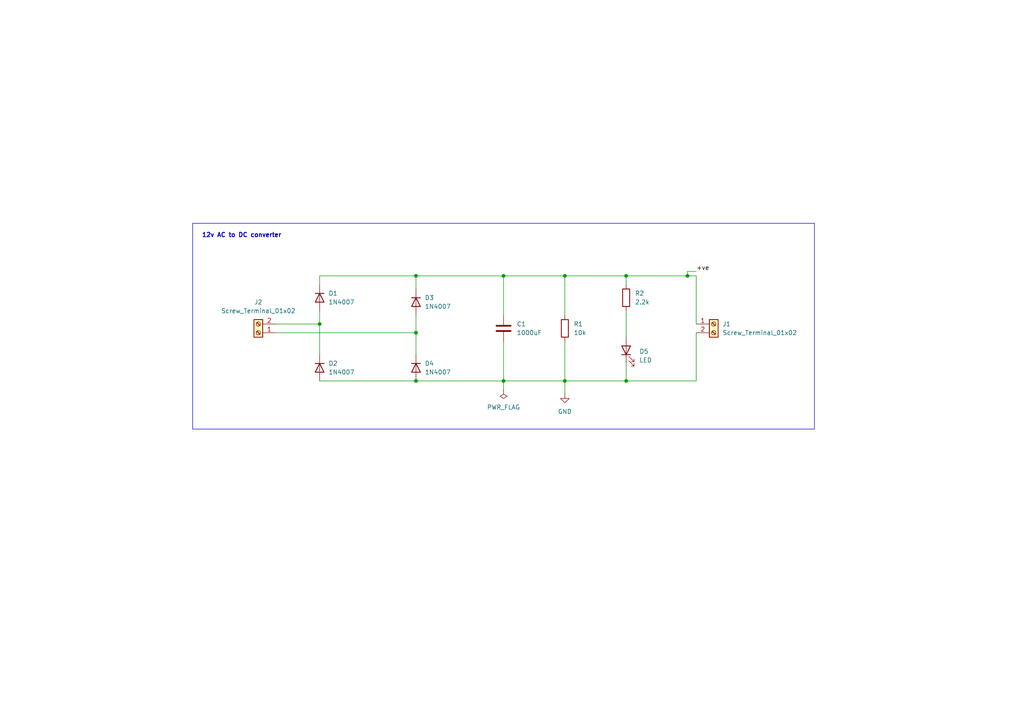
<source format=kicad_sch>
(kicad_sch
	(version 20231120)
	(generator "eeschema")
	(generator_version "8.0")
	(uuid "eb9969bc-afb5-43c8-84be-cdf44a3b4ba6")
	(paper "A4")
	(title_block
		(title "AC TO DC CONVERTER")
		(date "2025-01-25")
		(company "PROJECT 2")
	)
	(lib_symbols
		(symbol "Connector:Screw_Terminal_01x02"
			(pin_names
				(offset 1.016) hide)
			(exclude_from_sim no)
			(in_bom yes)
			(on_board yes)
			(property "Reference" "J"
				(at 0 2.54 0)
				(effects
					(font
						(size 1.27 1.27)
					)
				)
			)
			(property "Value" "Screw_Terminal_01x02"
				(at 0 -5.08 0)
				(effects
					(font
						(size 1.27 1.27)
					)
				)
			)
			(property "Footprint" ""
				(at 0 0 0)
				(effects
					(font
						(size 1.27 1.27)
					)
					(hide yes)
				)
			)
			(property "Datasheet" "~"
				(at 0 0 0)
				(effects
					(font
						(size 1.27 1.27)
					)
					(hide yes)
				)
			)
			(property "Description" "Generic screw terminal, single row, 01x02, script generated (kicad-library-utils/schlib/autogen/connector/)"
				(at 0 0 0)
				(effects
					(font
						(size 1.27 1.27)
					)
					(hide yes)
				)
			)
			(property "ki_keywords" "screw terminal"
				(at 0 0 0)
				(effects
					(font
						(size 1.27 1.27)
					)
					(hide yes)
				)
			)
			(property "ki_fp_filters" "TerminalBlock*:*"
				(at 0 0 0)
				(effects
					(font
						(size 1.27 1.27)
					)
					(hide yes)
				)
			)
			(symbol "Screw_Terminal_01x02_1_1"
				(rectangle
					(start -1.27 1.27)
					(end 1.27 -3.81)
					(stroke
						(width 0.254)
						(type default)
					)
					(fill
						(type background)
					)
				)
				(circle
					(center 0 -2.54)
					(radius 0.635)
					(stroke
						(width 0.1524)
						(type default)
					)
					(fill
						(type none)
					)
				)
				(polyline
					(pts
						(xy -0.5334 -2.2098) (xy 0.3302 -3.048)
					)
					(stroke
						(width 0.1524)
						(type default)
					)
					(fill
						(type none)
					)
				)
				(polyline
					(pts
						(xy -0.5334 0.3302) (xy 0.3302 -0.508)
					)
					(stroke
						(width 0.1524)
						(type default)
					)
					(fill
						(type none)
					)
				)
				(polyline
					(pts
						(xy -0.3556 -2.032) (xy 0.508 -2.8702)
					)
					(stroke
						(width 0.1524)
						(type default)
					)
					(fill
						(type none)
					)
				)
				(polyline
					(pts
						(xy -0.3556 0.508) (xy 0.508 -0.3302)
					)
					(stroke
						(width 0.1524)
						(type default)
					)
					(fill
						(type none)
					)
				)
				(circle
					(center 0 0)
					(radius 0.635)
					(stroke
						(width 0.1524)
						(type default)
					)
					(fill
						(type none)
					)
				)
				(pin passive line
					(at -5.08 0 0)
					(length 3.81)
					(name "Pin_1"
						(effects
							(font
								(size 1.27 1.27)
							)
						)
					)
					(number "1"
						(effects
							(font
								(size 1.27 1.27)
							)
						)
					)
				)
				(pin passive line
					(at -5.08 -2.54 0)
					(length 3.81)
					(name "Pin_2"
						(effects
							(font
								(size 1.27 1.27)
							)
						)
					)
					(number "2"
						(effects
							(font
								(size 1.27 1.27)
							)
						)
					)
				)
			)
		)
		(symbol "Device:C"
			(pin_numbers hide)
			(pin_names
				(offset 0.254)
			)
			(exclude_from_sim no)
			(in_bom yes)
			(on_board yes)
			(property "Reference" "C"
				(at 0.635 2.54 0)
				(effects
					(font
						(size 1.27 1.27)
					)
					(justify left)
				)
			)
			(property "Value" "C"
				(at 0.635 -2.54 0)
				(effects
					(font
						(size 1.27 1.27)
					)
					(justify left)
				)
			)
			(property "Footprint" ""
				(at 0.9652 -3.81 0)
				(effects
					(font
						(size 1.27 1.27)
					)
					(hide yes)
				)
			)
			(property "Datasheet" "~"
				(at 0 0 0)
				(effects
					(font
						(size 1.27 1.27)
					)
					(hide yes)
				)
			)
			(property "Description" "Unpolarized capacitor"
				(at 0 0 0)
				(effects
					(font
						(size 1.27 1.27)
					)
					(hide yes)
				)
			)
			(property "ki_keywords" "cap capacitor"
				(at 0 0 0)
				(effects
					(font
						(size 1.27 1.27)
					)
					(hide yes)
				)
			)
			(property "ki_fp_filters" "C_*"
				(at 0 0 0)
				(effects
					(font
						(size 1.27 1.27)
					)
					(hide yes)
				)
			)
			(symbol "C_0_1"
				(polyline
					(pts
						(xy -2.032 -0.762) (xy 2.032 -0.762)
					)
					(stroke
						(width 0.508)
						(type default)
					)
					(fill
						(type none)
					)
				)
				(polyline
					(pts
						(xy -2.032 0.762) (xy 2.032 0.762)
					)
					(stroke
						(width 0.508)
						(type default)
					)
					(fill
						(type none)
					)
				)
			)
			(symbol "C_1_1"
				(pin passive line
					(at 0 3.81 270)
					(length 2.794)
					(name "~"
						(effects
							(font
								(size 1.27 1.27)
							)
						)
					)
					(number "1"
						(effects
							(font
								(size 1.27 1.27)
							)
						)
					)
				)
				(pin passive line
					(at 0 -3.81 90)
					(length 2.794)
					(name "~"
						(effects
							(font
								(size 1.27 1.27)
							)
						)
					)
					(number "2"
						(effects
							(font
								(size 1.27 1.27)
							)
						)
					)
				)
			)
		)
		(symbol "Device:LED"
			(pin_numbers hide)
			(pin_names
				(offset 1.016) hide)
			(exclude_from_sim no)
			(in_bom yes)
			(on_board yes)
			(property "Reference" "D"
				(at 0 2.54 0)
				(effects
					(font
						(size 1.27 1.27)
					)
				)
			)
			(property "Value" "LED"
				(at 0 -2.54 0)
				(effects
					(font
						(size 1.27 1.27)
					)
				)
			)
			(property "Footprint" ""
				(at 0 0 0)
				(effects
					(font
						(size 1.27 1.27)
					)
					(hide yes)
				)
			)
			(property "Datasheet" "~"
				(at 0 0 0)
				(effects
					(font
						(size 1.27 1.27)
					)
					(hide yes)
				)
			)
			(property "Description" "Light emitting diode"
				(at 0 0 0)
				(effects
					(font
						(size 1.27 1.27)
					)
					(hide yes)
				)
			)
			(property "ki_keywords" "LED diode"
				(at 0 0 0)
				(effects
					(font
						(size 1.27 1.27)
					)
					(hide yes)
				)
			)
			(property "ki_fp_filters" "LED* LED_SMD:* LED_THT:*"
				(at 0 0 0)
				(effects
					(font
						(size 1.27 1.27)
					)
					(hide yes)
				)
			)
			(symbol "LED_0_1"
				(polyline
					(pts
						(xy -1.27 -1.27) (xy -1.27 1.27)
					)
					(stroke
						(width 0.254)
						(type default)
					)
					(fill
						(type none)
					)
				)
				(polyline
					(pts
						(xy -1.27 0) (xy 1.27 0)
					)
					(stroke
						(width 0)
						(type default)
					)
					(fill
						(type none)
					)
				)
				(polyline
					(pts
						(xy 1.27 -1.27) (xy 1.27 1.27) (xy -1.27 0) (xy 1.27 -1.27)
					)
					(stroke
						(width 0.254)
						(type default)
					)
					(fill
						(type none)
					)
				)
				(polyline
					(pts
						(xy -3.048 -0.762) (xy -4.572 -2.286) (xy -3.81 -2.286) (xy -4.572 -2.286) (xy -4.572 -1.524)
					)
					(stroke
						(width 0)
						(type default)
					)
					(fill
						(type none)
					)
				)
				(polyline
					(pts
						(xy -1.778 -0.762) (xy -3.302 -2.286) (xy -2.54 -2.286) (xy -3.302 -2.286) (xy -3.302 -1.524)
					)
					(stroke
						(width 0)
						(type default)
					)
					(fill
						(type none)
					)
				)
			)
			(symbol "LED_1_1"
				(pin passive line
					(at -3.81 0 0)
					(length 2.54)
					(name "K"
						(effects
							(font
								(size 1.27 1.27)
							)
						)
					)
					(number "1"
						(effects
							(font
								(size 1.27 1.27)
							)
						)
					)
				)
				(pin passive line
					(at 3.81 0 180)
					(length 2.54)
					(name "A"
						(effects
							(font
								(size 1.27 1.27)
							)
						)
					)
					(number "2"
						(effects
							(font
								(size 1.27 1.27)
							)
						)
					)
				)
			)
		)
		(symbol "Device:R"
			(pin_numbers hide)
			(pin_names
				(offset 0)
			)
			(exclude_from_sim no)
			(in_bom yes)
			(on_board yes)
			(property "Reference" "R"
				(at 2.032 0 90)
				(effects
					(font
						(size 1.27 1.27)
					)
				)
			)
			(property "Value" "R"
				(at 0 0 90)
				(effects
					(font
						(size 1.27 1.27)
					)
				)
			)
			(property "Footprint" ""
				(at -1.778 0 90)
				(effects
					(font
						(size 1.27 1.27)
					)
					(hide yes)
				)
			)
			(property "Datasheet" "~"
				(at 0 0 0)
				(effects
					(font
						(size 1.27 1.27)
					)
					(hide yes)
				)
			)
			(property "Description" "Resistor"
				(at 0 0 0)
				(effects
					(font
						(size 1.27 1.27)
					)
					(hide yes)
				)
			)
			(property "ki_keywords" "R res resistor"
				(at 0 0 0)
				(effects
					(font
						(size 1.27 1.27)
					)
					(hide yes)
				)
			)
			(property "ki_fp_filters" "R_*"
				(at 0 0 0)
				(effects
					(font
						(size 1.27 1.27)
					)
					(hide yes)
				)
			)
			(symbol "R_0_1"
				(rectangle
					(start -1.016 -2.54)
					(end 1.016 2.54)
					(stroke
						(width 0.254)
						(type default)
					)
					(fill
						(type none)
					)
				)
			)
			(symbol "R_1_1"
				(pin passive line
					(at 0 3.81 270)
					(length 1.27)
					(name "~"
						(effects
							(font
								(size 1.27 1.27)
							)
						)
					)
					(number "1"
						(effects
							(font
								(size 1.27 1.27)
							)
						)
					)
				)
				(pin passive line
					(at 0 -3.81 90)
					(length 1.27)
					(name "~"
						(effects
							(font
								(size 1.27 1.27)
							)
						)
					)
					(number "2"
						(effects
							(font
								(size 1.27 1.27)
							)
						)
					)
				)
			)
		)
		(symbol "Diode:1N4007"
			(pin_numbers hide)
			(pin_names hide)
			(exclude_from_sim no)
			(in_bom yes)
			(on_board yes)
			(property "Reference" "D"
				(at 0 2.54 0)
				(effects
					(font
						(size 1.27 1.27)
					)
				)
			)
			(property "Value" "1N4007"
				(at 0 -2.54 0)
				(effects
					(font
						(size 1.27 1.27)
					)
				)
			)
			(property "Footprint" "Diode_THT:D_DO-41_SOD81_P10.16mm_Horizontal"
				(at 0 -4.445 0)
				(effects
					(font
						(size 1.27 1.27)
					)
					(hide yes)
				)
			)
			(property "Datasheet" "http://www.vishay.com/docs/88503/1n4001.pdf"
				(at 0 0 0)
				(effects
					(font
						(size 1.27 1.27)
					)
					(hide yes)
				)
			)
			(property "Description" "1000V 1A General Purpose Rectifier Diode, DO-41"
				(at 0 0 0)
				(effects
					(font
						(size 1.27 1.27)
					)
					(hide yes)
				)
			)
			(property "Sim.Device" "D"
				(at 0 0 0)
				(effects
					(font
						(size 1.27 1.27)
					)
					(hide yes)
				)
			)
			(property "Sim.Pins" "1=K 2=A"
				(at 0 0 0)
				(effects
					(font
						(size 1.27 1.27)
					)
					(hide yes)
				)
			)
			(property "ki_keywords" "diode"
				(at 0 0 0)
				(effects
					(font
						(size 1.27 1.27)
					)
					(hide yes)
				)
			)
			(property "ki_fp_filters" "D*DO?41*"
				(at 0 0 0)
				(effects
					(font
						(size 1.27 1.27)
					)
					(hide yes)
				)
			)
			(symbol "1N4007_0_1"
				(polyline
					(pts
						(xy -1.27 1.27) (xy -1.27 -1.27)
					)
					(stroke
						(width 0.254)
						(type default)
					)
					(fill
						(type none)
					)
				)
				(polyline
					(pts
						(xy 1.27 0) (xy -1.27 0)
					)
					(stroke
						(width 0)
						(type default)
					)
					(fill
						(type none)
					)
				)
				(polyline
					(pts
						(xy 1.27 1.27) (xy 1.27 -1.27) (xy -1.27 0) (xy 1.27 1.27)
					)
					(stroke
						(width 0.254)
						(type default)
					)
					(fill
						(type none)
					)
				)
			)
			(symbol "1N4007_1_1"
				(pin passive line
					(at -3.81 0 0)
					(length 2.54)
					(name "K"
						(effects
							(font
								(size 1.27 1.27)
							)
						)
					)
					(number "1"
						(effects
							(font
								(size 1.27 1.27)
							)
						)
					)
				)
				(pin passive line
					(at 3.81 0 180)
					(length 2.54)
					(name "A"
						(effects
							(font
								(size 1.27 1.27)
							)
						)
					)
					(number "2"
						(effects
							(font
								(size 1.27 1.27)
							)
						)
					)
				)
			)
		)
		(symbol "power:GND"
			(power)
			(pin_numbers hide)
			(pin_names
				(offset 0) hide)
			(exclude_from_sim no)
			(in_bom yes)
			(on_board yes)
			(property "Reference" "#PWR"
				(at 0 -6.35 0)
				(effects
					(font
						(size 1.27 1.27)
					)
					(hide yes)
				)
			)
			(property "Value" "GND"
				(at 0 -3.81 0)
				(effects
					(font
						(size 1.27 1.27)
					)
				)
			)
			(property "Footprint" ""
				(at 0 0 0)
				(effects
					(font
						(size 1.27 1.27)
					)
					(hide yes)
				)
			)
			(property "Datasheet" ""
				(at 0 0 0)
				(effects
					(font
						(size 1.27 1.27)
					)
					(hide yes)
				)
			)
			(property "Description" "Power symbol creates a global label with name \"GND\" , ground"
				(at 0 0 0)
				(effects
					(font
						(size 1.27 1.27)
					)
					(hide yes)
				)
			)
			(property "ki_keywords" "global power"
				(at 0 0 0)
				(effects
					(font
						(size 1.27 1.27)
					)
					(hide yes)
				)
			)
			(symbol "GND_0_1"
				(polyline
					(pts
						(xy 0 0) (xy 0 -1.27) (xy 1.27 -1.27) (xy 0 -2.54) (xy -1.27 -1.27) (xy 0 -1.27)
					)
					(stroke
						(width 0)
						(type default)
					)
					(fill
						(type none)
					)
				)
			)
			(symbol "GND_1_1"
				(pin power_in line
					(at 0 0 270)
					(length 0)
					(name "~"
						(effects
							(font
								(size 1.27 1.27)
							)
						)
					)
					(number "1"
						(effects
							(font
								(size 1.27 1.27)
							)
						)
					)
				)
			)
		)
		(symbol "power:PWR_FLAG"
			(power)
			(pin_numbers hide)
			(pin_names
				(offset 0) hide)
			(exclude_from_sim no)
			(in_bom yes)
			(on_board yes)
			(property "Reference" "#FLG"
				(at 0 1.905 0)
				(effects
					(font
						(size 1.27 1.27)
					)
					(hide yes)
				)
			)
			(property "Value" "PWR_FLAG"
				(at 0 3.81 0)
				(effects
					(font
						(size 1.27 1.27)
					)
				)
			)
			(property "Footprint" ""
				(at 0 0 0)
				(effects
					(font
						(size 1.27 1.27)
					)
					(hide yes)
				)
			)
			(property "Datasheet" "~"
				(at 0 0 0)
				(effects
					(font
						(size 1.27 1.27)
					)
					(hide yes)
				)
			)
			(property "Description" "Special symbol for telling ERC where power comes from"
				(at 0 0 0)
				(effects
					(font
						(size 1.27 1.27)
					)
					(hide yes)
				)
			)
			(property "ki_keywords" "flag power"
				(at 0 0 0)
				(effects
					(font
						(size 1.27 1.27)
					)
					(hide yes)
				)
			)
			(symbol "PWR_FLAG_0_0"
				(pin power_out line
					(at 0 0 90)
					(length 0)
					(name "~"
						(effects
							(font
								(size 1.27 1.27)
							)
						)
					)
					(number "1"
						(effects
							(font
								(size 1.27 1.27)
							)
						)
					)
				)
			)
			(symbol "PWR_FLAG_0_1"
				(polyline
					(pts
						(xy 0 0) (xy 0 1.27) (xy -1.016 1.905) (xy 0 2.54) (xy 1.016 1.905) (xy 0 1.27)
					)
					(stroke
						(width 0)
						(type default)
					)
					(fill
						(type none)
					)
				)
			)
		)
	)
	(junction
		(at 163.83 80.01)
		(diameter 0)
		(color 0 0 0 0)
		(uuid "042e2735-b13b-41cd-8e32-f20200e287ea")
	)
	(junction
		(at 199.39 80.01)
		(diameter 0)
		(color 0 0 0 0)
		(uuid "19b8c348-244b-4abf-b8f7-0b4328d26ea5")
	)
	(junction
		(at 181.61 80.01)
		(diameter 0)
		(color 0 0 0 0)
		(uuid "1af2887c-2d66-4e70-9223-8a0f075de90a")
	)
	(junction
		(at 120.65 110.49)
		(diameter 0)
		(color 0 0 0 0)
		(uuid "1b2a6a7f-b5ed-40cd-af91-019377885c78")
	)
	(junction
		(at 120.65 96.52)
		(diameter 0)
		(color 0 0 0 0)
		(uuid "1f5eacb2-9807-4d06-9120-c9f98b88fbb0")
	)
	(junction
		(at 146.05 80.01)
		(diameter 0)
		(color 0 0 0 0)
		(uuid "83241a82-ddf8-465a-833c-37cbee2289f2")
	)
	(junction
		(at 163.83 110.49)
		(diameter 0)
		(color 0 0 0 0)
		(uuid "b34edc70-364e-4798-b7ec-79c0b466fd11")
	)
	(junction
		(at 146.05 110.49)
		(diameter 0)
		(color 0 0 0 0)
		(uuid "bae302ef-577d-4104-bf8a-37273213be47")
	)
	(junction
		(at 120.65 80.01)
		(diameter 0)
		(color 0 0 0 0)
		(uuid "c586a8c1-33e1-49bf-ac67-bba631ede21a")
	)
	(junction
		(at 181.61 110.49)
		(diameter 0)
		(color 0 0 0 0)
		(uuid "ec1f0f25-06ed-4a53-9904-58b4eb670ba7")
	)
	(junction
		(at 92.71 93.98)
		(diameter 0)
		(color 0 0 0 0)
		(uuid "f899a526-b853-4b14-b8b9-26492904a598")
	)
	(wire
		(pts
			(xy 92.71 90.17) (xy 92.71 93.98)
		)
		(stroke
			(width 0)
			(type default)
		)
		(uuid "02e459bd-a32b-4c91-add6-2148cf6c1568")
	)
	(wire
		(pts
			(xy 201.93 110.49) (xy 181.61 110.49)
		)
		(stroke
			(width 0)
			(type default)
		)
		(uuid "08822945-5cc5-4bf1-ab6a-a959c073e820")
	)
	(wire
		(pts
			(xy 163.83 80.01) (xy 146.05 80.01)
		)
		(stroke
			(width 0)
			(type default)
		)
		(uuid "0a84635e-46c2-4a2a-9e6f-3d388b14c15d")
	)
	(wire
		(pts
			(xy 146.05 99.06) (xy 146.05 110.49)
		)
		(stroke
			(width 0)
			(type default)
		)
		(uuid "1f705bd4-702f-4b74-9927-83fa607199c2")
	)
	(wire
		(pts
			(xy 80.01 93.98) (xy 92.71 93.98)
		)
		(stroke
			(width 0)
			(type default)
		)
		(uuid "262d249e-e65a-4126-bf2c-dcac32e223f2")
	)
	(wire
		(pts
			(xy 181.61 90.17) (xy 181.61 97.79)
		)
		(stroke
			(width 0)
			(type default)
		)
		(uuid "27deb134-b9f7-4e81-9f83-9bff72bd89b7")
	)
	(wire
		(pts
			(xy 181.61 80.01) (xy 181.61 82.55)
		)
		(stroke
			(width 0)
			(type default)
		)
		(uuid "31183d4b-8a5e-442f-940e-502813e366bf")
	)
	(wire
		(pts
			(xy 201.93 93.98) (xy 201.93 80.01)
		)
		(stroke
			(width 0)
			(type default)
		)
		(uuid "455bc553-ccb0-4666-9d7d-036ba15103e7")
	)
	(wire
		(pts
			(xy 80.01 96.52) (xy 120.65 96.52)
		)
		(stroke
			(width 0)
			(type default)
		)
		(uuid "4617d3bb-ae8f-4ca2-ace7-4a1bc73c341d")
	)
	(wire
		(pts
			(xy 163.83 80.01) (xy 163.83 91.44)
		)
		(stroke
			(width 0)
			(type default)
		)
		(uuid "488a9eee-f7ce-43a1-9e19-41b6f125beb1")
	)
	(wire
		(pts
			(xy 92.71 82.55) (xy 92.71 80.01)
		)
		(stroke
			(width 0)
			(type default)
		)
		(uuid "68fbd63d-fda6-44a1-898f-0ce7f044a248")
	)
	(wire
		(pts
			(xy 163.83 114.3) (xy 163.83 110.49)
		)
		(stroke
			(width 0)
			(type default)
		)
		(uuid "77805a6b-b9b8-45d0-88bc-43367f980dae")
	)
	(wire
		(pts
			(xy 120.65 110.49) (xy 92.71 110.49)
		)
		(stroke
			(width 0)
			(type default)
		)
		(uuid "78a74f75-97fb-42e8-a66c-fb350f56117b")
	)
	(wire
		(pts
			(xy 201.93 78.74) (xy 199.39 78.74)
		)
		(stroke
			(width 0)
			(type default)
		)
		(uuid "7e8cba4e-0201-4549-b1ae-3c6e03f9c45d")
	)
	(wire
		(pts
			(xy 181.61 110.49) (xy 163.83 110.49)
		)
		(stroke
			(width 0)
			(type default)
		)
		(uuid "8245e11e-3f4b-4ed8-95c2-a0b99cc75cca")
	)
	(wire
		(pts
			(xy 146.05 80.01) (xy 146.05 91.44)
		)
		(stroke
			(width 0)
			(type default)
		)
		(uuid "8e372d8f-e6e0-44fc-b99e-3241e2719e8c")
	)
	(wire
		(pts
			(xy 201.93 96.52) (xy 201.93 110.49)
		)
		(stroke
			(width 0)
			(type default)
		)
		(uuid "921f42e3-d7f2-4bd3-869f-2220109223e3")
	)
	(wire
		(pts
			(xy 120.65 80.01) (xy 120.65 83.82)
		)
		(stroke
			(width 0)
			(type default)
		)
		(uuid "98e86dca-7d94-4dee-9f8c-a9f2cee87690")
	)
	(wire
		(pts
			(xy 146.05 80.01) (xy 120.65 80.01)
		)
		(stroke
			(width 0)
			(type default)
		)
		(uuid "9d0032ec-6360-48a3-b835-d4bfcd8ce0c3")
	)
	(wire
		(pts
			(xy 181.61 80.01) (xy 163.83 80.01)
		)
		(stroke
			(width 0)
			(type default)
		)
		(uuid "9deb5cf2-5b2f-492c-ba14-ead050dbe248")
	)
	(wire
		(pts
			(xy 163.83 99.06) (xy 163.83 110.49)
		)
		(stroke
			(width 0)
			(type default)
		)
		(uuid "a58a67c1-1664-4c24-949e-8ee7321ee5fd")
	)
	(wire
		(pts
			(xy 146.05 113.03) (xy 146.05 110.49)
		)
		(stroke
			(width 0)
			(type default)
		)
		(uuid "b16931ed-b02c-4974-9ed8-23b32a4f0184")
	)
	(wire
		(pts
			(xy 120.65 96.52) (xy 120.65 102.87)
		)
		(stroke
			(width 0)
			(type default)
		)
		(uuid "c6392f83-3943-4880-84eb-9b54244027a1")
	)
	(wire
		(pts
			(xy 92.71 80.01) (xy 120.65 80.01)
		)
		(stroke
			(width 0)
			(type default)
		)
		(uuid "ceec5fd3-28dc-4f28-b91e-82e3b3a845df")
	)
	(wire
		(pts
			(xy 201.93 80.01) (xy 199.39 80.01)
		)
		(stroke
			(width 0)
			(type default)
		)
		(uuid "d3b6f5d0-e76f-4df3-8f00-bdea8d86b0d8")
	)
	(wire
		(pts
			(xy 163.83 110.49) (xy 146.05 110.49)
		)
		(stroke
			(width 0)
			(type default)
		)
		(uuid "d6b33c0e-3c83-44ef-a1d6-4de506b73ed9")
	)
	(wire
		(pts
			(xy 146.05 110.49) (xy 120.65 110.49)
		)
		(stroke
			(width 0)
			(type default)
		)
		(uuid "ddfddbd6-6ca9-4064-bd75-fd2152eafc86")
	)
	(wire
		(pts
			(xy 199.39 80.01) (xy 181.61 80.01)
		)
		(stroke
			(width 0)
			(type default)
		)
		(uuid "e4d38873-38cd-4c24-8ecd-a81926bdf234")
	)
	(wire
		(pts
			(xy 181.61 105.41) (xy 181.61 110.49)
		)
		(stroke
			(width 0)
			(type default)
		)
		(uuid "f09792d4-952e-4967-aab5-abe4a3acdf2f")
	)
	(wire
		(pts
			(xy 92.71 93.98) (xy 92.71 102.87)
		)
		(stroke
			(width 0)
			(type default)
		)
		(uuid "f1c7da33-33cd-44ab-b26c-e8ac46cff78d")
	)
	(wire
		(pts
			(xy 120.65 91.44) (xy 120.65 96.52)
		)
		(stroke
			(width 0)
			(type default)
		)
		(uuid "f2996243-f7b3-4a38-bddb-21817bf3dba4")
	)
	(wire
		(pts
			(xy 199.39 78.74) (xy 199.39 80.01)
		)
		(stroke
			(width 0)
			(type default)
		)
		(uuid "f4b6a54a-0052-4d09-9084-952e4c4afb48")
	)
	(rectangle
		(start 55.88 64.77)
		(end 236.22 124.46)
		(stroke
			(width 0)
			(type default)
		)
		(fill
			(type none)
		)
		(uuid bfec3c21-f6db-41cf-b9f3-69def445d5c7)
	)
	(text "12v AC to DC converter"
		(exclude_from_sim no)
		(at 70.104 68.326 0)
		(effects
			(font
				(size 1.27 1.27)
				(thickness 0.254)
				(bold yes)
			)
		)
		(uuid "50c08fd0-1734-4a71-bf2e-2a7e343a7674")
	)
	(label "+ve"
		(at 201.93 78.74 0)
		(effects
			(font
				(size 1.27 1.27)
			)
			(justify left bottom)
		)
		(uuid "c8bf84cb-aca8-4388-993f-e00d878ce49e")
	)
	(symbol
		(lib_id "power:GND")
		(at 163.83 114.3 0)
		(unit 1)
		(exclude_from_sim no)
		(in_bom yes)
		(on_board yes)
		(dnp no)
		(fields_autoplaced yes)
		(uuid "06438ba5-e435-4254-8ece-4e06f24dd9a4")
		(property "Reference" "#PWR01"
			(at 163.83 120.65 0)
			(effects
				(font
					(size 1.27 1.27)
				)
				(hide yes)
			)
		)
		(property "Value" "GND"
			(at 163.83 119.38 0)
			(effects
				(font
					(size 1.27 1.27)
				)
			)
		)
		(property "Footprint" ""
			(at 163.83 114.3 0)
			(effects
				(font
					(size 1.27 1.27)
				)
				(hide yes)
			)
		)
		(property "Datasheet" ""
			(at 163.83 114.3 0)
			(effects
				(font
					(size 1.27 1.27)
				)
				(hide yes)
			)
		)
		(property "Description" "Power symbol creates a global label with name \"GND\" , ground"
			(at 163.83 114.3 0)
			(effects
				(font
					(size 1.27 1.27)
				)
				(hide yes)
			)
		)
		(pin "1"
			(uuid "be521b18-20b0-40e1-80dc-123e620bb55c")
		)
		(instances
			(project ""
				(path "/eb9969bc-afb5-43c8-84be-cdf44a3b4ba6"
					(reference "#PWR01")
					(unit 1)
				)
			)
		)
	)
	(symbol
		(lib_id "Diode:1N4007")
		(at 92.71 86.36 270)
		(unit 1)
		(exclude_from_sim no)
		(in_bom yes)
		(on_board yes)
		(dnp no)
		(fields_autoplaced yes)
		(uuid "22d29a78-0323-4886-8a1c-588028eecb9b")
		(property "Reference" "D1"
			(at 95.25 85.0899 90)
			(effects
				(font
					(size 1.27 1.27)
				)
				(justify left)
			)
		)
		(property "Value" "1N4007"
			(at 95.25 87.6299 90)
			(effects
				(font
					(size 1.27 1.27)
				)
				(justify left)
			)
		)
		(property "Footprint" "Diode_THT:D_DO-41_SOD81_P10.16mm_Horizontal"
			(at 88.265 86.36 0)
			(effects
				(font
					(size 1.27 1.27)
				)
				(hide yes)
			)
		)
		(property "Datasheet" "http://www.vishay.com/docs/88503/1n4001.pdf"
			(at 92.71 86.36 0)
			(effects
				(font
					(size 1.27 1.27)
				)
				(hide yes)
			)
		)
		(property "Description" "1000V 1A General Purpose Rectifier Diode, DO-41"
			(at 92.71 86.36 0)
			(effects
				(font
					(size 1.27 1.27)
				)
				(hide yes)
			)
		)
		(property "Sim.Device" "D"
			(at 92.71 86.36 0)
			(effects
				(font
					(size 1.27 1.27)
				)
				(hide yes)
			)
		)
		(property "Sim.Pins" "1=K 2=A"
			(at 92.71 86.36 0)
			(effects
				(font
					(size 1.27 1.27)
				)
				(hide yes)
			)
		)
		(pin "1"
			(uuid "588f8bf7-23c1-498e-af3f-b5f8434c7fe0")
		)
		(pin "2"
			(uuid "6ced4089-b9a8-40de-aa4d-3716c2898743")
		)
		(instances
			(project ""
				(path "/eb9969bc-afb5-43c8-84be-cdf44a3b4ba6"
					(reference "D1")
					(unit 1)
				)
			)
		)
	)
	(symbol
		(lib_id "Connector:Screw_Terminal_01x02")
		(at 207.01 93.98 0)
		(unit 1)
		(exclude_from_sim no)
		(in_bom yes)
		(on_board yes)
		(dnp no)
		(fields_autoplaced yes)
		(uuid "34c94bf1-1788-4089-8a69-0ca624b7e372")
		(property "Reference" "J1"
			(at 209.55 93.9799 0)
			(effects
				(font
					(size 1.27 1.27)
				)
				(justify left)
			)
		)
		(property "Value" "Screw_Terminal_01x02"
			(at 209.55 96.5199 0)
			(effects
				(font
					(size 1.27 1.27)
				)
				(justify left)
			)
		)
		(property "Footprint" "TerminalBlock:TerminalBlock_bornier-3_P5.08mm"
			(at 207.01 93.98 0)
			(effects
				(font
					(size 1.27 1.27)
				)
				(hide yes)
			)
		)
		(property "Datasheet" "~"
			(at 207.01 93.98 0)
			(effects
				(font
					(size 1.27 1.27)
				)
				(hide yes)
			)
		)
		(property "Description" "Generic screw terminal, single row, 01x02, script generated (kicad-library-utils/schlib/autogen/connector/)"
			(at 207.01 93.98 0)
			(effects
				(font
					(size 1.27 1.27)
				)
				(hide yes)
			)
		)
		(pin "2"
			(uuid "0b4d63cc-1220-4cf4-af27-6a1e497e3150")
		)
		(pin "1"
			(uuid "66521fb1-70d1-4136-97e5-062a5217aa9f")
		)
		(instances
			(project ""
				(path "/eb9969bc-afb5-43c8-84be-cdf44a3b4ba6"
					(reference "J1")
					(unit 1)
				)
			)
		)
	)
	(symbol
		(lib_id "Connector:Screw_Terminal_01x02")
		(at 74.93 96.52 180)
		(unit 1)
		(exclude_from_sim no)
		(in_bom yes)
		(on_board yes)
		(dnp no)
		(fields_autoplaced yes)
		(uuid "39e6cf25-2e86-4695-8347-88f854ec53f3")
		(property "Reference" "J2"
			(at 74.93 87.63 0)
			(effects
				(font
					(size 1.27 1.27)
				)
			)
		)
		(property "Value" "Screw_Terminal_01x02"
			(at 74.93 90.17 0)
			(effects
				(font
					(size 1.27 1.27)
				)
			)
		)
		(property "Footprint" "TerminalBlock:TerminalBlock_bornier-3_P5.08mm"
			(at 74.93 96.52 0)
			(effects
				(font
					(size 1.27 1.27)
				)
				(hide yes)
			)
		)
		(property "Datasheet" "~"
			(at 74.93 96.52 0)
			(effects
				(font
					(size 1.27 1.27)
				)
				(hide yes)
			)
		)
		(property "Description" "Generic screw terminal, single row, 01x02, script generated (kicad-library-utils/schlib/autogen/connector/)"
			(at 74.93 96.52 0)
			(effects
				(font
					(size 1.27 1.27)
				)
				(hide yes)
			)
		)
		(pin "2"
			(uuid "180bd6c2-82bf-4c3d-8298-c4e544473020")
		)
		(pin "1"
			(uuid "02489633-31bd-4f82-8eac-256e2d173558")
		)
		(instances
			(project "AC to DC conveter"
				(path "/eb9969bc-afb5-43c8-84be-cdf44a3b4ba6"
					(reference "J2")
					(unit 1)
				)
			)
		)
	)
	(symbol
		(lib_id "power:PWR_FLAG")
		(at 146.05 113.03 180)
		(unit 1)
		(exclude_from_sim no)
		(in_bom yes)
		(on_board yes)
		(dnp no)
		(fields_autoplaced yes)
		(uuid "921bdf29-0b0a-4334-a5f3-d80a3cba2f60")
		(property "Reference" "#FLG01"
			(at 146.05 114.935 0)
			(effects
				(font
					(size 1.27 1.27)
				)
				(hide yes)
			)
		)
		(property "Value" "PWR_FLAG"
			(at 146.05 118.11 0)
			(effects
				(font
					(size 1.27 1.27)
				)
			)
		)
		(property "Footprint" ""
			(at 146.05 113.03 0)
			(effects
				(font
					(size 1.27 1.27)
				)
				(hide yes)
			)
		)
		(property "Datasheet" "~"
			(at 146.05 113.03 0)
			(effects
				(font
					(size 1.27 1.27)
				)
				(hide yes)
			)
		)
		(property "Description" "Special symbol for telling ERC where power comes from"
			(at 146.05 113.03 0)
			(effects
				(font
					(size 1.27 1.27)
				)
				(hide yes)
			)
		)
		(pin "1"
			(uuid "192608a5-72b4-4e70-80ce-6e9238b4a240")
		)
		(instances
			(project ""
				(path "/eb9969bc-afb5-43c8-84be-cdf44a3b4ba6"
					(reference "#FLG01")
					(unit 1)
				)
			)
		)
	)
	(symbol
		(lib_id "Device:LED")
		(at 181.61 101.6 90)
		(unit 1)
		(exclude_from_sim no)
		(in_bom yes)
		(on_board yes)
		(dnp no)
		(fields_autoplaced yes)
		(uuid "9bf0df03-a515-4630-ae4b-e10d64e7ae8f")
		(property "Reference" "D5"
			(at 185.42 101.9174 90)
			(effects
				(font
					(size 1.27 1.27)
				)
				(justify right)
			)
		)
		(property "Value" "LED"
			(at 185.42 104.4574 90)
			(effects
				(font
					(size 1.27 1.27)
				)
				(justify right)
			)
		)
		(property "Footprint" "LED_THT:LED_D5.0mm"
			(at 181.61 101.6 0)
			(effects
				(font
					(size 1.27 1.27)
				)
				(hide yes)
			)
		)
		(property "Datasheet" "~"
			(at 181.61 101.6 0)
			(effects
				(font
					(size 1.27 1.27)
				)
				(hide yes)
			)
		)
		(property "Description" "Light emitting diode"
			(at 181.61 101.6 0)
			(effects
				(font
					(size 1.27 1.27)
				)
				(hide yes)
			)
		)
		(pin "1"
			(uuid "55dd54c5-db61-4348-971d-c2dcf99f2c4e")
		)
		(pin "2"
			(uuid "dbe4520a-e731-4a2d-8743-356298e1a531")
		)
		(instances
			(project ""
				(path "/eb9969bc-afb5-43c8-84be-cdf44a3b4ba6"
					(reference "D5")
					(unit 1)
				)
			)
		)
	)
	(symbol
		(lib_id "Diode:1N4007")
		(at 120.65 87.63 270)
		(unit 1)
		(exclude_from_sim no)
		(in_bom yes)
		(on_board yes)
		(dnp no)
		(fields_autoplaced yes)
		(uuid "c903e9e7-6653-48f1-91ef-6a54f6eae33a")
		(property "Reference" "D3"
			(at 123.19 86.3599 90)
			(effects
				(font
					(size 1.27 1.27)
				)
				(justify left)
			)
		)
		(property "Value" "1N4007"
			(at 123.19 88.8999 90)
			(effects
				(font
					(size 1.27 1.27)
				)
				(justify left)
			)
		)
		(property "Footprint" "Diode_THT:D_DO-41_SOD81_P10.16mm_Horizontal"
			(at 116.205 87.63 0)
			(effects
				(font
					(size 1.27 1.27)
				)
				(hide yes)
			)
		)
		(property "Datasheet" "http://www.vishay.com/docs/88503/1n4001.pdf"
			(at 120.65 87.63 0)
			(effects
				(font
					(size 1.27 1.27)
				)
				(hide yes)
			)
		)
		(property "Description" "1000V 1A General Purpose Rectifier Diode, DO-41"
			(at 120.65 87.63 0)
			(effects
				(font
					(size 1.27 1.27)
				)
				(hide yes)
			)
		)
		(property "Sim.Device" "D"
			(at 120.65 87.63 0)
			(effects
				(font
					(size 1.27 1.27)
				)
				(hide yes)
			)
		)
		(property "Sim.Pins" "1=K 2=A"
			(at 120.65 87.63 0)
			(effects
				(font
					(size 1.27 1.27)
				)
				(hide yes)
			)
		)
		(pin "1"
			(uuid "eba629b0-caa6-40b7-8060-31c53ce80076")
		)
		(pin "2"
			(uuid "1a680733-bb72-4a6e-a61c-2ca7a6beb676")
		)
		(instances
			(project "AC to DC conveter"
				(path "/eb9969bc-afb5-43c8-84be-cdf44a3b4ba6"
					(reference "D3")
					(unit 1)
				)
			)
		)
	)
	(symbol
		(lib_id "Diode:1N4007")
		(at 120.65 106.68 270)
		(unit 1)
		(exclude_from_sim no)
		(in_bom yes)
		(on_board yes)
		(dnp no)
		(fields_autoplaced yes)
		(uuid "da513f43-2639-4a9f-9aa4-383b72c24113")
		(property "Reference" "D4"
			(at 123.19 105.4099 90)
			(effects
				(font
					(size 1.27 1.27)
				)
				(justify left)
			)
		)
		(property "Value" "1N4007"
			(at 123.19 107.9499 90)
			(effects
				(font
					(size 1.27 1.27)
				)
				(justify left)
			)
		)
		(property "Footprint" "Diode_THT:D_DO-41_SOD81_P10.16mm_Horizontal"
			(at 116.205 106.68 0)
			(effects
				(font
					(size 1.27 1.27)
				)
				(hide yes)
			)
		)
		(property "Datasheet" "http://www.vishay.com/docs/88503/1n4001.pdf"
			(at 120.65 106.68 0)
			(effects
				(font
					(size 1.27 1.27)
				)
				(hide yes)
			)
		)
		(property "Description" "1000V 1A General Purpose Rectifier Diode, DO-41"
			(at 120.65 106.68 0)
			(effects
				(font
					(size 1.27 1.27)
				)
				(hide yes)
			)
		)
		(property "Sim.Device" "D"
			(at 120.65 106.68 0)
			(effects
				(font
					(size 1.27 1.27)
				)
				(hide yes)
			)
		)
		(property "Sim.Pins" "1=K 2=A"
			(at 120.65 106.68 0)
			(effects
				(font
					(size 1.27 1.27)
				)
				(hide yes)
			)
		)
		(pin "1"
			(uuid "75bfa63b-c583-4fe6-8bc2-3cb0be0972ff")
		)
		(pin "2"
			(uuid "59c239cd-ce1c-428f-b93f-225ae7a1a5dc")
		)
		(instances
			(project "AC to DC conveter"
				(path "/eb9969bc-afb5-43c8-84be-cdf44a3b4ba6"
					(reference "D4")
					(unit 1)
				)
			)
		)
	)
	(symbol
		(lib_id "Device:C")
		(at 146.05 95.25 0)
		(unit 1)
		(exclude_from_sim no)
		(in_bom yes)
		(on_board yes)
		(dnp no)
		(fields_autoplaced yes)
		(uuid "daddde38-3065-4dea-ae81-a4731953c9ba")
		(property "Reference" "C1"
			(at 149.86 93.9799 0)
			(effects
				(font
					(size 1.27 1.27)
				)
				(justify left)
			)
		)
		(property "Value" "1000uF"
			(at 149.86 96.5199 0)
			(effects
				(font
					(size 1.27 1.27)
				)
				(justify left)
			)
		)
		(property "Footprint" "Capacitor_THT:CP_Radial_D13.0mm_P5.00mm"
			(at 147.0152 99.06 0)
			(effects
				(font
					(size 1.27 1.27)
				)
				(hide yes)
			)
		)
		(property "Datasheet" "~"
			(at 146.05 95.25 0)
			(effects
				(font
					(size 1.27 1.27)
				)
				(hide yes)
			)
		)
		(property "Description" "Unpolarized capacitor"
			(at 146.05 95.25 0)
			(effects
				(font
					(size 1.27 1.27)
				)
				(hide yes)
			)
		)
		(pin "2"
			(uuid "c5f85539-72c5-4030-8feb-27ec34095a66")
		)
		(pin "1"
			(uuid "e3141d0b-4745-4c8a-bed9-3a65714e2ad2")
		)
		(instances
			(project ""
				(path "/eb9969bc-afb5-43c8-84be-cdf44a3b4ba6"
					(reference "C1")
					(unit 1)
				)
			)
		)
	)
	(symbol
		(lib_id "Device:R")
		(at 163.83 95.25 0)
		(unit 1)
		(exclude_from_sim no)
		(in_bom yes)
		(on_board yes)
		(dnp no)
		(fields_autoplaced yes)
		(uuid "f05da2fd-2a52-44f2-8869-73c3901f5c81")
		(property "Reference" "R1"
			(at 166.37 93.9799 0)
			(effects
				(font
					(size 1.27 1.27)
				)
				(justify left)
			)
		)
		(property "Value" "10k"
			(at 166.37 96.5199 0)
			(effects
				(font
					(size 1.27 1.27)
				)
				(justify left)
			)
		)
		(property "Footprint" "Resistor_THT:R_Axial_DIN0204_L3.6mm_D1.6mm_P5.08mm_Horizontal"
			(at 162.052 95.25 90)
			(effects
				(font
					(size 1.27 1.27)
				)
				(hide yes)
			)
		)
		(property "Datasheet" "~"
			(at 163.83 95.25 0)
			(effects
				(font
					(size 1.27 1.27)
				)
				(hide yes)
			)
		)
		(property "Description" "Resistor"
			(at 163.83 95.25 0)
			(effects
				(font
					(size 1.27 1.27)
				)
				(hide yes)
			)
		)
		(pin "2"
			(uuid "196cc522-cbd8-41ff-b489-0b85d00fe57e")
		)
		(pin "1"
			(uuid "ce590aec-eb4e-4df2-ab96-53f184eb07ee")
		)
		(instances
			(project ""
				(path "/eb9969bc-afb5-43c8-84be-cdf44a3b4ba6"
					(reference "R1")
					(unit 1)
				)
			)
		)
	)
	(symbol
		(lib_id "Diode:1N4007")
		(at 92.71 106.68 270)
		(unit 1)
		(exclude_from_sim no)
		(in_bom yes)
		(on_board yes)
		(dnp no)
		(fields_autoplaced yes)
		(uuid "f6860ef6-ebd8-463e-8ecc-2b4db8e18940")
		(property "Reference" "D2"
			(at 95.25 105.4099 90)
			(effects
				(font
					(size 1.27 1.27)
				)
				(justify left)
			)
		)
		(property "Value" "1N4007"
			(at 95.25 107.9499 90)
			(effects
				(font
					(size 1.27 1.27)
				)
				(justify left)
			)
		)
		(property "Footprint" "Diode_THT:D_DO-41_SOD81_P10.16mm_Horizontal"
			(at 88.265 106.68 0)
			(effects
				(font
					(size 1.27 1.27)
				)
				(hide yes)
			)
		)
		(property "Datasheet" "http://www.vishay.com/docs/88503/1n4001.pdf"
			(at 92.71 106.68 0)
			(effects
				(font
					(size 1.27 1.27)
				)
				(hide yes)
			)
		)
		(property "Description" "1000V 1A General Purpose Rectifier Diode, DO-41"
			(at 92.71 106.68 0)
			(effects
				(font
					(size 1.27 1.27)
				)
				(hide yes)
			)
		)
		(property "Sim.Device" "D"
			(at 92.71 106.68 0)
			(effects
				(font
					(size 1.27 1.27)
				)
				(hide yes)
			)
		)
		(property "Sim.Pins" "1=K 2=A"
			(at 92.71 106.68 0)
			(effects
				(font
					(size 1.27 1.27)
				)
				(hide yes)
			)
		)
		(pin "1"
			(uuid "74b50c52-a0d9-407b-b220-ff90777bc2c2")
		)
		(pin "2"
			(uuid "76dc7109-e944-4ac1-8eec-b025083ff5b6")
		)
		(instances
			(project "AC to DC conveter"
				(path "/eb9969bc-afb5-43c8-84be-cdf44a3b4ba6"
					(reference "D2")
					(unit 1)
				)
			)
		)
	)
	(symbol
		(lib_id "Device:R")
		(at 181.61 86.36 0)
		(unit 1)
		(exclude_from_sim no)
		(in_bom yes)
		(on_board yes)
		(dnp no)
		(fields_autoplaced yes)
		(uuid "fb00df3f-f9f7-4763-aced-10730d986c91")
		(property "Reference" "R2"
			(at 184.15 85.0899 0)
			(effects
				(font
					(size 1.27 1.27)
				)
				(justify left)
			)
		)
		(property "Value" "2.2k"
			(at 184.15 87.6299 0)
			(effects
				(font
					(size 1.27 1.27)
				)
				(justify left)
			)
		)
		(property "Footprint" "Resistor_THT:R_Axial_DIN0204_L3.6mm_D1.6mm_P5.08mm_Horizontal"
			(at 179.832 86.36 90)
			(effects
				(font
					(size 1.27 1.27)
				)
				(hide yes)
			)
		)
		(property "Datasheet" "~"
			(at 181.61 86.36 0)
			(effects
				(font
					(size 1.27 1.27)
				)
				(hide yes)
			)
		)
		(property "Description" "Resistor"
			(at 181.61 86.36 0)
			(effects
				(font
					(size 1.27 1.27)
				)
				(hide yes)
			)
		)
		(pin "2"
			(uuid "70df15f7-08c6-4264-891e-985ff5b1448d")
		)
		(pin "1"
			(uuid "e484e584-7320-4cc8-a1da-7661254ffcc0")
		)
		(instances
			(project ""
				(path "/eb9969bc-afb5-43c8-84be-cdf44a3b4ba6"
					(reference "R2")
					(unit 1)
				)
			)
		)
	)
	(sheet_instances
		(path "/"
			(page "1")
		)
	)
)

</source>
